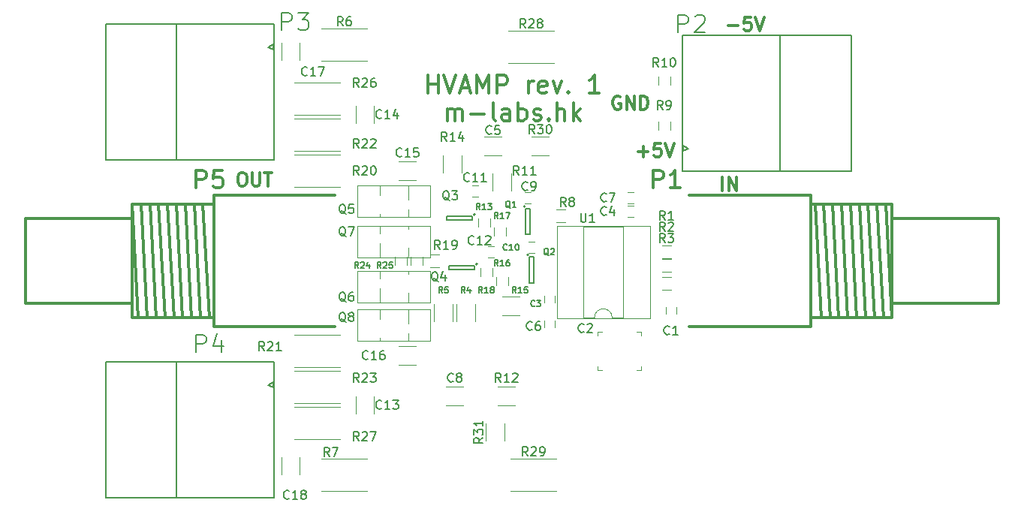
<source format=gbr>
G04 #@! TF.FileFunction,Legend,Top*
%FSLAX46Y46*%
G04 Gerber Fmt 4.6, Leading zero omitted, Abs format (unit mm)*
G04 Created by KiCad (PCBNEW 4.0.2-stable) date 10/6/2017 5:38:16 PM*
%MOMM*%
G01*
G04 APERTURE LIST*
%ADD10C,0.100000*%
%ADD11C,0.300000*%
%ADD12C,0.120000*%
%ADD13C,0.150000*%
G04 APERTURE END LIST*
D10*
D11*
X177832951Y-161406762D02*
X177832951Y-159406762D01*
X177832951Y-160359143D02*
X178975809Y-160359143D01*
X178975809Y-161406762D02*
X178975809Y-159406762D01*
X179642475Y-159406762D02*
X180309142Y-161406762D01*
X180975809Y-159406762D01*
X181547237Y-160835333D02*
X182499618Y-160835333D01*
X181356761Y-161406762D02*
X182023428Y-159406762D01*
X182690095Y-161406762D01*
X183356761Y-161406762D02*
X183356761Y-159406762D01*
X184023428Y-160835333D01*
X184690095Y-159406762D01*
X184690095Y-161406762D01*
X185642475Y-161406762D02*
X185642475Y-159406762D01*
X186404380Y-159406762D01*
X186594856Y-159502000D01*
X186690095Y-159597238D01*
X186785333Y-159787714D01*
X186785333Y-160073429D01*
X186690095Y-160263905D01*
X186594856Y-160359143D01*
X186404380Y-160454381D01*
X185642475Y-160454381D01*
X189166285Y-161406762D02*
X189166285Y-160073429D01*
X189166285Y-160454381D02*
X189261524Y-160263905D01*
X189356762Y-160168667D01*
X189547238Y-160073429D01*
X189737714Y-160073429D01*
X191166285Y-161311524D02*
X190975809Y-161406762D01*
X190594857Y-161406762D01*
X190404380Y-161311524D01*
X190309142Y-161121048D01*
X190309142Y-160359143D01*
X190404380Y-160168667D01*
X190594857Y-160073429D01*
X190975809Y-160073429D01*
X191166285Y-160168667D01*
X191261523Y-160359143D01*
X191261523Y-160549619D01*
X190309142Y-160740095D01*
X191928190Y-160073429D02*
X192404381Y-161406762D01*
X192880571Y-160073429D01*
X193642476Y-161216286D02*
X193737715Y-161311524D01*
X193642476Y-161406762D01*
X193547238Y-161311524D01*
X193642476Y-161216286D01*
X193642476Y-161406762D01*
X197166287Y-161406762D02*
X196023429Y-161406762D01*
X196594858Y-161406762D02*
X196594858Y-159406762D01*
X196404382Y-159692476D01*
X196213906Y-159882952D01*
X196023429Y-159978190D01*
X180023428Y-164506762D02*
X180023428Y-163173429D01*
X180023428Y-163363905D02*
X180118667Y-163268667D01*
X180309143Y-163173429D01*
X180594857Y-163173429D01*
X180785333Y-163268667D01*
X180880571Y-163459143D01*
X180880571Y-164506762D01*
X180880571Y-163459143D02*
X180975809Y-163268667D01*
X181166286Y-163173429D01*
X181452000Y-163173429D01*
X181642476Y-163268667D01*
X181737714Y-163459143D01*
X181737714Y-164506762D01*
X182690095Y-163744857D02*
X184213905Y-163744857D01*
X185452000Y-164506762D02*
X185261524Y-164411524D01*
X185166285Y-164221048D01*
X185166285Y-162506762D01*
X187071047Y-164506762D02*
X187071047Y-163459143D01*
X186975809Y-163268667D01*
X186785333Y-163173429D01*
X186404381Y-163173429D01*
X186213904Y-163268667D01*
X187071047Y-164411524D02*
X186880571Y-164506762D01*
X186404381Y-164506762D01*
X186213904Y-164411524D01*
X186118666Y-164221048D01*
X186118666Y-164030571D01*
X186213904Y-163840095D01*
X186404381Y-163744857D01*
X186880571Y-163744857D01*
X187071047Y-163649619D01*
X188023428Y-164506762D02*
X188023428Y-162506762D01*
X188023428Y-163268667D02*
X188213905Y-163173429D01*
X188594857Y-163173429D01*
X188785333Y-163268667D01*
X188880571Y-163363905D01*
X188975809Y-163554381D01*
X188975809Y-164125810D01*
X188880571Y-164316286D01*
X188785333Y-164411524D01*
X188594857Y-164506762D01*
X188213905Y-164506762D01*
X188023428Y-164411524D01*
X189737714Y-164411524D02*
X189928191Y-164506762D01*
X190309143Y-164506762D01*
X190499619Y-164411524D01*
X190594857Y-164221048D01*
X190594857Y-164125810D01*
X190499619Y-163935333D01*
X190309143Y-163840095D01*
X190023429Y-163840095D01*
X189832952Y-163744857D01*
X189737714Y-163554381D01*
X189737714Y-163459143D01*
X189832952Y-163268667D01*
X190023429Y-163173429D01*
X190309143Y-163173429D01*
X190499619Y-163268667D01*
X191452000Y-164316286D02*
X191547239Y-164411524D01*
X191452000Y-164506762D01*
X191356762Y-164411524D01*
X191452000Y-164316286D01*
X191452000Y-164506762D01*
X192404381Y-164506762D02*
X192404381Y-162506762D01*
X193261524Y-164506762D02*
X193261524Y-163459143D01*
X193166286Y-163268667D01*
X192975810Y-163173429D01*
X192690096Y-163173429D01*
X192499620Y-163268667D01*
X192404381Y-163363905D01*
X194213905Y-164506762D02*
X194213905Y-162506762D01*
X194404382Y-163744857D02*
X194975810Y-164506762D01*
X194975810Y-163173429D02*
X194213905Y-163935333D01*
X199517143Y-161810000D02*
X199374286Y-161738571D01*
X199160000Y-161738571D01*
X198945715Y-161810000D01*
X198802857Y-161952857D01*
X198731429Y-162095714D01*
X198660000Y-162381429D01*
X198660000Y-162595714D01*
X198731429Y-162881429D01*
X198802857Y-163024286D01*
X198945715Y-163167143D01*
X199160000Y-163238571D01*
X199302857Y-163238571D01*
X199517143Y-163167143D01*
X199588572Y-163095714D01*
X199588572Y-162595714D01*
X199302857Y-162595714D01*
X200231429Y-163238571D02*
X200231429Y-161738571D01*
X201088572Y-163238571D01*
X201088572Y-161738571D01*
X201802858Y-163238571D02*
X201802858Y-161738571D01*
X202160001Y-161738571D01*
X202374286Y-161810000D01*
X202517144Y-161952857D01*
X202588572Y-162095714D01*
X202660001Y-162381429D01*
X202660001Y-162595714D01*
X202588572Y-162881429D01*
X202517144Y-163024286D01*
X202374286Y-163167143D01*
X202160001Y-163238571D01*
X201802858Y-163238571D01*
X211685429Y-153777143D02*
X212828286Y-153777143D01*
X214256858Y-152848571D02*
X213542572Y-152848571D01*
X213471143Y-153562857D01*
X213542572Y-153491429D01*
X213685429Y-153420000D01*
X214042572Y-153420000D01*
X214185429Y-153491429D01*
X214256858Y-153562857D01*
X214328286Y-153705714D01*
X214328286Y-154062857D01*
X214256858Y-154205714D01*
X214185429Y-154277143D01*
X214042572Y-154348571D01*
X213685429Y-154348571D01*
X213542572Y-154277143D01*
X213471143Y-154205714D01*
X214756857Y-152848571D02*
X215256857Y-154348571D01*
X215756857Y-152848571D01*
X201525429Y-168001143D02*
X202668286Y-168001143D01*
X202096857Y-168572571D02*
X202096857Y-167429714D01*
X204096858Y-167072571D02*
X203382572Y-167072571D01*
X203311143Y-167786857D01*
X203382572Y-167715429D01*
X203525429Y-167644000D01*
X203882572Y-167644000D01*
X204025429Y-167715429D01*
X204096858Y-167786857D01*
X204168286Y-167929714D01*
X204168286Y-168286857D01*
X204096858Y-168429714D01*
X204025429Y-168501143D01*
X203882572Y-168572571D01*
X203525429Y-168572571D01*
X203382572Y-168501143D01*
X203311143Y-168429714D01*
X204596857Y-167072571D02*
X205096857Y-168572571D01*
X205596857Y-167072571D01*
X211050286Y-172382571D02*
X211050286Y-170882571D01*
X211764572Y-172382571D02*
X211764572Y-170882571D01*
X212621715Y-172382571D01*
X212621715Y-170882571D01*
X156742000Y-170374571D02*
X157027714Y-170374571D01*
X157170572Y-170446000D01*
X157313429Y-170588857D01*
X157384857Y-170874571D01*
X157384857Y-171374571D01*
X157313429Y-171660286D01*
X157170572Y-171803143D01*
X157027714Y-171874571D01*
X156742000Y-171874571D01*
X156599143Y-171803143D01*
X156456286Y-171660286D01*
X156384857Y-171374571D01*
X156384857Y-170874571D01*
X156456286Y-170588857D01*
X156599143Y-170446000D01*
X156742000Y-170374571D01*
X158027715Y-170374571D02*
X158027715Y-171588857D01*
X158099143Y-171731714D01*
X158170572Y-171803143D01*
X158313429Y-171874571D01*
X158599143Y-171874571D01*
X158742001Y-171803143D01*
X158813429Y-171731714D01*
X158884858Y-171588857D01*
X158884858Y-170374571D01*
X159384858Y-170374571D02*
X160242001Y-170374571D01*
X159813430Y-171874571D02*
X159813430Y-170374571D01*
D12*
X181664000Y-168418000D02*
X181664000Y-170418000D01*
X179524000Y-170418000D02*
X179524000Y-168418000D01*
X185248000Y-177538000D02*
X185248000Y-176538000D01*
X186608000Y-176538000D02*
X186608000Y-177538000D01*
X186862000Y-182126000D02*
X186862000Y-183126000D01*
X185502000Y-183126000D02*
X185502000Y-182126000D01*
X205150000Y-164600000D02*
X205150000Y-165600000D01*
X203790000Y-165600000D02*
X203790000Y-164600000D01*
X185084000Y-181110000D02*
X185084000Y-182110000D01*
X183724000Y-182110000D02*
X183724000Y-181110000D01*
X204632000Y-186278000D02*
X204632000Y-185578000D01*
X205832000Y-185578000D02*
X205832000Y-186278000D01*
X201840000Y-192700000D02*
X201340000Y-192700000D01*
X201840000Y-192700000D02*
X201840000Y-192200000D01*
X201840000Y-188300000D02*
X201340000Y-188300000D01*
X201840000Y-188300000D02*
X201840000Y-188800000D01*
X196940000Y-192700000D02*
X197440000Y-192700000D01*
X196940000Y-192700000D02*
X196940000Y-192200000D01*
X196940000Y-188300000D02*
X197440000Y-188300000D01*
X196940000Y-188300000D02*
X196940000Y-188800000D01*
X190916000Y-185008000D02*
X190916000Y-184308000D01*
X192116000Y-184308000D02*
X192116000Y-185008000D01*
X200310000Y-174152000D02*
X201010000Y-174152000D01*
X201010000Y-175352000D02*
X200310000Y-175352000D01*
X184166000Y-168406000D02*
X186166000Y-168406000D01*
X186166000Y-166366000D02*
X184166000Y-166366000D01*
X192116000Y-187102000D02*
X192116000Y-187802000D01*
X190916000Y-187802000D02*
X190916000Y-187102000D01*
X200310000Y-172628000D02*
X201010000Y-172628000D01*
X201010000Y-173828000D02*
X200310000Y-173828000D01*
X181848000Y-194560000D02*
X179848000Y-194560000D01*
X179848000Y-196600000D02*
X181848000Y-196600000D01*
X189453000Y-173828000D02*
X188753000Y-173828000D01*
X188753000Y-172628000D02*
X189453000Y-172628000D01*
X189134000Y-178216000D02*
X189834000Y-178216000D01*
X189834000Y-179416000D02*
X189134000Y-179416000D01*
X183484000Y-173066000D02*
X182784000Y-173066000D01*
X182784000Y-171866000D02*
X183484000Y-171866000D01*
X184562000Y-178724000D02*
X185262000Y-178724000D01*
X185262000Y-179924000D02*
X184562000Y-179924000D01*
X169668000Y-195596000D02*
X169668000Y-197596000D01*
X171708000Y-197596000D02*
X171708000Y-195596000D01*
X171708000Y-164830000D02*
X171708000Y-162830000D01*
X169668000Y-162830000D02*
X169668000Y-164830000D01*
X176514000Y-169160000D02*
X174514000Y-169160000D01*
X174514000Y-171200000D02*
X176514000Y-171200000D01*
X174514000Y-192028000D02*
X176514000Y-192028000D01*
X176514000Y-189988000D02*
X174514000Y-189988000D01*
D11*
X222180000Y-186740000D02*
X221480000Y-173940000D01*
X226180000Y-186740000D02*
X225480000Y-173940000D01*
X225180000Y-186740000D02*
X224480000Y-173940000D01*
X223180000Y-186740000D02*
X222480000Y-173940000D01*
X224180000Y-186740000D02*
X223480000Y-173940000D01*
X228180000Y-186740000D02*
X227480000Y-173940000D01*
X227180000Y-186740000D02*
X226480000Y-173940000D01*
X229180000Y-186740000D02*
X228480000Y-173940000D01*
X230180000Y-186740000D02*
X229480000Y-173940000D01*
X230180000Y-173940000D02*
X220980000Y-173940000D01*
X230180000Y-186740000D02*
X220980000Y-186740000D01*
X242180000Y-175540000D02*
X230180000Y-175540000D01*
X242180000Y-185140000D02*
X230180000Y-185140000D01*
X242180000Y-185140000D02*
X242180000Y-175540000D01*
X230180000Y-186740000D02*
X230180000Y-173940000D01*
X220980000Y-172940000D02*
X207280000Y-172940000D01*
X207280000Y-187740000D02*
X220980000Y-187740000D01*
X220980000Y-187740000D02*
X220980000Y-172940000D01*
D13*
X206550000Y-170260000D02*
X225550000Y-170260000D01*
X225550000Y-170260000D02*
X225550000Y-154860000D01*
X225550000Y-154860000D02*
X206550000Y-154860000D01*
X206550000Y-170260000D02*
X206550000Y-154860000D01*
X217550000Y-170260000D02*
X217550000Y-154860000D01*
X207250000Y-167640000D02*
X206650000Y-167340000D01*
X206650000Y-167340000D02*
X206650000Y-167940000D01*
X206650000Y-167940000D02*
X207250000Y-167640000D01*
X160480000Y-153590000D02*
X141480000Y-153590000D01*
X141480000Y-153590000D02*
X141480000Y-168990000D01*
X141480000Y-168990000D02*
X160480000Y-168990000D01*
X160480000Y-153590000D02*
X160480000Y-168990000D01*
X149480000Y-153590000D02*
X149480000Y-168990000D01*
X159780000Y-156210000D02*
X160380000Y-156510000D01*
X160380000Y-156510000D02*
X160380000Y-155910000D01*
X160380000Y-155910000D02*
X159780000Y-156210000D01*
X160480000Y-191690000D02*
X141480000Y-191690000D01*
X141480000Y-191690000D02*
X141480000Y-207090000D01*
X141480000Y-207090000D02*
X160480000Y-207090000D01*
X160480000Y-191690000D02*
X160480000Y-207090000D01*
X149480000Y-191690000D02*
X149480000Y-207090000D01*
X159780000Y-194310000D02*
X160380000Y-194610000D01*
X160380000Y-194610000D02*
X160380000Y-194010000D01*
X160380000Y-194010000D02*
X159780000Y-194310000D01*
D11*
X152470000Y-173940000D02*
X153170000Y-186740000D01*
X148470000Y-173940000D02*
X149170000Y-186740000D01*
X149470000Y-173940000D02*
X150170000Y-186740000D01*
X151470000Y-173940000D02*
X152170000Y-186740000D01*
X150470000Y-173940000D02*
X151170000Y-186740000D01*
X146470000Y-173940000D02*
X147170000Y-186740000D01*
X147470000Y-173940000D02*
X148170000Y-186740000D01*
X145470000Y-173940000D02*
X146170000Y-186740000D01*
X144470000Y-173940000D02*
X145170000Y-186740000D01*
X144470000Y-186740000D02*
X153670000Y-186740000D01*
X144470000Y-173940000D02*
X153670000Y-173940000D01*
X132470000Y-185140000D02*
X144470000Y-185140000D01*
X132470000Y-175540000D02*
X144470000Y-175540000D01*
X132470000Y-175540000D02*
X132470000Y-185140000D01*
X144470000Y-173940000D02*
X144470000Y-186740000D01*
X153670000Y-187740000D02*
X167370000Y-187740000D01*
X167370000Y-172940000D02*
X153670000Y-172940000D01*
X153670000Y-172940000D02*
X153670000Y-187740000D01*
D12*
X169870000Y-171870000D02*
X178110000Y-171870000D01*
X169870000Y-175360000D02*
X178110000Y-175360000D01*
X169870000Y-171870000D02*
X169870000Y-175360000D01*
X178110000Y-171870000D02*
X178110000Y-175360000D01*
X172390000Y-171870000D02*
X172390000Y-172940000D01*
X172390000Y-175040000D02*
X172390000Y-175360000D01*
X175591000Y-171870000D02*
X175591000Y-173450000D01*
X175591000Y-174530000D02*
X175591000Y-175360000D01*
X169870000Y-185840000D02*
X178110000Y-185840000D01*
X169870000Y-189330000D02*
X178110000Y-189330000D01*
X169870000Y-185840000D02*
X169870000Y-189330000D01*
X178110000Y-185840000D02*
X178110000Y-189330000D01*
X172390000Y-185840000D02*
X172390000Y-186910000D01*
X172390000Y-189010000D02*
X172390000Y-189330000D01*
X175591000Y-185840000D02*
X175591000Y-187420000D01*
X175591000Y-188500000D02*
X175591000Y-189330000D01*
X178110000Y-179920000D02*
X169870000Y-179920000D01*
X178110000Y-176430000D02*
X169870000Y-176430000D01*
X178110000Y-179920000D02*
X178110000Y-176430000D01*
X169870000Y-179920000D02*
X169870000Y-176430000D01*
X175590000Y-179920000D02*
X175590000Y-178850000D01*
X175590000Y-176750000D02*
X175590000Y-176430000D01*
X172389000Y-179920000D02*
X172389000Y-178340000D01*
X172389000Y-177260000D02*
X172389000Y-176430000D01*
X178110000Y-185000000D02*
X169870000Y-185000000D01*
X178110000Y-181510000D02*
X169870000Y-181510000D01*
X178110000Y-185000000D02*
X178110000Y-181510000D01*
X169870000Y-185000000D02*
X169870000Y-181510000D01*
X175590000Y-185000000D02*
X175590000Y-183930000D01*
X175590000Y-181830000D02*
X175590000Y-181510000D01*
X172389000Y-185000000D02*
X172389000Y-183420000D01*
X172389000Y-182340000D02*
X172389000Y-181510000D01*
X204224000Y-178644000D02*
X205224000Y-178644000D01*
X205224000Y-180004000D02*
X204224000Y-180004000D01*
X204224000Y-180168000D02*
X205224000Y-180168000D01*
X205224000Y-181528000D02*
X204224000Y-181528000D01*
X204224000Y-182200000D02*
X205224000Y-182200000D01*
X205224000Y-183560000D02*
X204224000Y-183560000D01*
X181048000Y-187182000D02*
X181048000Y-185182000D01*
X183188000Y-185182000D02*
X183188000Y-187182000D01*
X180648000Y-185182000D02*
X180648000Y-187182000D01*
X178508000Y-187182000D02*
X178508000Y-185182000D01*
X171002000Y-157776000D02*
X165802000Y-157776000D01*
X165802000Y-154136000D02*
X171002000Y-154136000D01*
X165802000Y-202650000D02*
X171002000Y-202650000D01*
X171002000Y-206290000D02*
X165802000Y-206290000D01*
X192286000Y-174580000D02*
X193286000Y-174580000D01*
X193286000Y-175940000D02*
X192286000Y-175940000D01*
X203790000Y-160520000D02*
X203790000Y-159520000D01*
X205150000Y-159520000D02*
X205150000Y-160520000D01*
X185112000Y-172450000D02*
X185112000Y-170450000D01*
X187252000Y-170450000D02*
X187252000Y-172450000D01*
X185690000Y-194510000D02*
X187690000Y-194510000D01*
X187690000Y-196650000D02*
X185690000Y-196650000D01*
X183470000Y-176522000D02*
X183470000Y-175522000D01*
X184830000Y-175522000D02*
X184830000Y-176522000D01*
X186198000Y-184350000D02*
X188198000Y-184350000D01*
X188198000Y-186490000D02*
X186198000Y-186490000D01*
X178062000Y-179660000D02*
X179062000Y-179660000D01*
X179062000Y-181020000D02*
X178062000Y-181020000D01*
X167954000Y-172000000D02*
X162754000Y-172000000D01*
X162754000Y-168360000D02*
X167954000Y-168360000D01*
X162754000Y-188680000D02*
X167954000Y-188680000D01*
X167954000Y-192320000D02*
X162754000Y-192320000D01*
X167954000Y-167936000D02*
X162754000Y-167936000D01*
X162754000Y-164296000D02*
X167954000Y-164296000D01*
X162754000Y-192744000D02*
X167954000Y-192744000D01*
X167954000Y-196384000D02*
X162754000Y-196384000D01*
X167954000Y-163872000D02*
X162754000Y-163872000D01*
X162754000Y-160232000D02*
X167954000Y-160232000D01*
X162754000Y-196808000D02*
X167954000Y-196808000D01*
X167954000Y-200448000D02*
X162754000Y-200448000D01*
X192084000Y-158030000D02*
X186884000Y-158030000D01*
X186884000Y-154390000D02*
X192084000Y-154390000D01*
X192338000Y-206290000D02*
X187138000Y-206290000D01*
X187138000Y-202650000D02*
X192338000Y-202650000D01*
X196612000Y-186750000D02*
G75*
G02X198612000Y-186750000I1000000J0D01*
G01*
X198612000Y-186750000D02*
X199862000Y-186750000D01*
X199862000Y-186750000D02*
X199862000Y-176470000D01*
X199862000Y-176470000D02*
X195362000Y-176470000D01*
X195362000Y-176470000D02*
X195362000Y-186750000D01*
X195362000Y-186750000D02*
X196612000Y-186750000D01*
X202862000Y-186810000D02*
X202862000Y-176410000D01*
X202862000Y-176410000D02*
X192362000Y-176410000D01*
X192362000Y-176410000D02*
X192362000Y-186810000D01*
X192362000Y-186810000D02*
X202862000Y-186810000D01*
X174072000Y-180840000D02*
X174072000Y-179840000D01*
X175432000Y-179840000D02*
X175432000Y-180840000D01*
X175850000Y-180840000D02*
X175850000Y-179840000D01*
X177210000Y-179840000D02*
X177210000Y-180840000D01*
D13*
X188803000Y-174195000D02*
G75*
G03X188803000Y-174195000I-100000J0D01*
G01*
X189353000Y-174445000D02*
X188853000Y-174445000D01*
X189353000Y-177345000D02*
X189353000Y-174445000D01*
X188853000Y-177345000D02*
X189353000Y-177345000D01*
X188853000Y-174445000D02*
X188853000Y-177345000D01*
X189184000Y-179656000D02*
G75*
G03X189184000Y-179656000I-100000J0D01*
G01*
X189734000Y-179906000D02*
X189234000Y-179906000D01*
X189734000Y-182806000D02*
X189734000Y-179906000D01*
X189234000Y-182806000D02*
X189734000Y-182806000D01*
X189234000Y-179906000D02*
X189234000Y-182806000D01*
X183156000Y-175114000D02*
G75*
G03X183156000Y-175114000I-100000J0D01*
G01*
X182806000Y-175764000D02*
X182806000Y-175264000D01*
X179906000Y-175764000D02*
X182806000Y-175764000D01*
X179906000Y-175264000D02*
X179906000Y-175764000D01*
X182806000Y-175264000D02*
X179906000Y-175264000D01*
X183410000Y-180702000D02*
G75*
G03X183410000Y-180702000I-100000J0D01*
G01*
X183060000Y-181352000D02*
X183060000Y-180852000D01*
X180160000Y-181352000D02*
X183060000Y-181352000D01*
X180160000Y-180852000D02*
X180160000Y-181352000D01*
X183060000Y-180852000D02*
X180160000Y-180852000D01*
D12*
X161286000Y-155718000D02*
X161286000Y-157718000D01*
X163326000Y-157718000D02*
X163326000Y-155718000D01*
X163326000Y-204454000D02*
X163326000Y-202454000D01*
X161286000Y-202454000D02*
X161286000Y-204454000D01*
X191500000Y-168456000D02*
X189500000Y-168456000D01*
X189500000Y-166316000D02*
X191500000Y-166316000D01*
X186490000Y-198644000D02*
X186490000Y-200644000D01*
X184350000Y-200644000D02*
X184350000Y-198644000D01*
D13*
X179951143Y-166822381D02*
X179617809Y-166346190D01*
X179379714Y-166822381D02*
X179379714Y-165822381D01*
X179760667Y-165822381D01*
X179855905Y-165870000D01*
X179903524Y-165917619D01*
X179951143Y-166012857D01*
X179951143Y-166155714D01*
X179903524Y-166250952D01*
X179855905Y-166298571D01*
X179760667Y-166346190D01*
X179379714Y-166346190D01*
X180903524Y-166822381D02*
X180332095Y-166822381D01*
X180617809Y-166822381D02*
X180617809Y-165822381D01*
X180522571Y-165965238D01*
X180427333Y-166060476D01*
X180332095Y-166108095D01*
X181760667Y-166155714D02*
X181760667Y-166822381D01*
X181522571Y-165774762D02*
X181284476Y-166489048D01*
X181903524Y-166489048D01*
X185732000Y-175576667D02*
X185498666Y-175243333D01*
X185332000Y-175576667D02*
X185332000Y-174876667D01*
X185598666Y-174876667D01*
X185665333Y-174910000D01*
X185698666Y-174943333D01*
X185732000Y-175010000D01*
X185732000Y-175110000D01*
X185698666Y-175176667D01*
X185665333Y-175210000D01*
X185598666Y-175243333D01*
X185332000Y-175243333D01*
X186398666Y-175576667D02*
X185998666Y-175576667D01*
X186198666Y-175576667D02*
X186198666Y-174876667D01*
X186132000Y-174976667D01*
X186065333Y-175043333D01*
X185998666Y-175076667D01*
X186632000Y-174876667D02*
X187098667Y-174876667D01*
X186798667Y-175576667D01*
X183954000Y-183958667D02*
X183720666Y-183625333D01*
X183554000Y-183958667D02*
X183554000Y-183258667D01*
X183820666Y-183258667D01*
X183887333Y-183292000D01*
X183920666Y-183325333D01*
X183954000Y-183392000D01*
X183954000Y-183492000D01*
X183920666Y-183558667D01*
X183887333Y-183592000D01*
X183820666Y-183625333D01*
X183554000Y-183625333D01*
X184620666Y-183958667D02*
X184220666Y-183958667D01*
X184420666Y-183958667D02*
X184420666Y-183258667D01*
X184354000Y-183358667D01*
X184287333Y-183425333D01*
X184220666Y-183458667D01*
X185020667Y-183558667D02*
X184954000Y-183525333D01*
X184920667Y-183492000D01*
X184887333Y-183425333D01*
X184887333Y-183392000D01*
X184920667Y-183325333D01*
X184954000Y-183292000D01*
X185020667Y-183258667D01*
X185154000Y-183258667D01*
X185220667Y-183292000D01*
X185254000Y-183325333D01*
X185287333Y-183392000D01*
X185287333Y-183425333D01*
X185254000Y-183492000D01*
X185220667Y-183525333D01*
X185154000Y-183558667D01*
X185020667Y-183558667D01*
X184954000Y-183592000D01*
X184920667Y-183625333D01*
X184887333Y-183692000D01*
X184887333Y-183825333D01*
X184920667Y-183892000D01*
X184954000Y-183925333D01*
X185020667Y-183958667D01*
X185154000Y-183958667D01*
X185220667Y-183925333D01*
X185254000Y-183892000D01*
X185287333Y-183825333D01*
X185287333Y-183692000D01*
X185254000Y-183625333D01*
X185220667Y-183592000D01*
X185154000Y-183558667D01*
X204303334Y-163266381D02*
X203970000Y-162790190D01*
X203731905Y-163266381D02*
X203731905Y-162266381D01*
X204112858Y-162266381D01*
X204208096Y-162314000D01*
X204255715Y-162361619D01*
X204303334Y-162456857D01*
X204303334Y-162599714D01*
X204255715Y-162694952D01*
X204208096Y-162742571D01*
X204112858Y-162790190D01*
X203731905Y-162790190D01*
X204779524Y-163266381D02*
X204970000Y-163266381D01*
X205065239Y-163218762D01*
X205112858Y-163171143D01*
X205208096Y-163028286D01*
X205255715Y-162837810D01*
X205255715Y-162456857D01*
X205208096Y-162361619D01*
X205160477Y-162314000D01*
X205065239Y-162266381D01*
X204874762Y-162266381D01*
X204779524Y-162314000D01*
X204731905Y-162361619D01*
X204684286Y-162456857D01*
X204684286Y-162694952D01*
X204731905Y-162790190D01*
X204779524Y-162837810D01*
X204874762Y-162885429D01*
X205065239Y-162885429D01*
X205160477Y-162837810D01*
X205208096Y-162790190D01*
X205255715Y-162694952D01*
X185732000Y-180910667D02*
X185498666Y-180577333D01*
X185332000Y-180910667D02*
X185332000Y-180210667D01*
X185598666Y-180210667D01*
X185665333Y-180244000D01*
X185698666Y-180277333D01*
X185732000Y-180344000D01*
X185732000Y-180444000D01*
X185698666Y-180510667D01*
X185665333Y-180544000D01*
X185598666Y-180577333D01*
X185332000Y-180577333D01*
X186398666Y-180910667D02*
X185998666Y-180910667D01*
X186198666Y-180910667D02*
X186198666Y-180210667D01*
X186132000Y-180310667D01*
X186065333Y-180377333D01*
X185998666Y-180410667D01*
X186998667Y-180210667D02*
X186865333Y-180210667D01*
X186798667Y-180244000D01*
X186765333Y-180277333D01*
X186698667Y-180377333D01*
X186665333Y-180510667D01*
X186665333Y-180777333D01*
X186698667Y-180844000D01*
X186732000Y-180877333D01*
X186798667Y-180910667D01*
X186932000Y-180910667D01*
X186998667Y-180877333D01*
X187032000Y-180844000D01*
X187065333Y-180777333D01*
X187065333Y-180610667D01*
X187032000Y-180544000D01*
X186998667Y-180510667D01*
X186932000Y-180477333D01*
X186798667Y-180477333D01*
X186732000Y-180510667D01*
X186698667Y-180544000D01*
X186665333Y-180610667D01*
X205065334Y-188571143D02*
X205017715Y-188618762D01*
X204874858Y-188666381D01*
X204779620Y-188666381D01*
X204636762Y-188618762D01*
X204541524Y-188523524D01*
X204493905Y-188428286D01*
X204446286Y-188237810D01*
X204446286Y-188094952D01*
X204493905Y-187904476D01*
X204541524Y-187809238D01*
X204636762Y-187714000D01*
X204779620Y-187666381D01*
X204874858Y-187666381D01*
X205017715Y-187714000D01*
X205065334Y-187761619D01*
X206017715Y-188666381D02*
X205446286Y-188666381D01*
X205732000Y-188666381D02*
X205732000Y-187666381D01*
X205636762Y-187809238D01*
X205541524Y-187904476D01*
X205446286Y-187952095D01*
X195413334Y-188317143D02*
X195365715Y-188364762D01*
X195222858Y-188412381D01*
X195127620Y-188412381D01*
X194984762Y-188364762D01*
X194889524Y-188269524D01*
X194841905Y-188174286D01*
X194794286Y-187983810D01*
X194794286Y-187840952D01*
X194841905Y-187650476D01*
X194889524Y-187555238D01*
X194984762Y-187460000D01*
X195127620Y-187412381D01*
X195222858Y-187412381D01*
X195365715Y-187460000D01*
X195413334Y-187507619D01*
X195794286Y-187507619D02*
X195841905Y-187460000D01*
X195937143Y-187412381D01*
X196175239Y-187412381D01*
X196270477Y-187460000D01*
X196318096Y-187507619D01*
X196365715Y-187602857D01*
X196365715Y-187698095D01*
X196318096Y-187840952D01*
X195746667Y-188412381D01*
X196365715Y-188412381D01*
X189875334Y-185416000D02*
X189842000Y-185449333D01*
X189742000Y-185482667D01*
X189675334Y-185482667D01*
X189575334Y-185449333D01*
X189508667Y-185382667D01*
X189475334Y-185316000D01*
X189442000Y-185182667D01*
X189442000Y-185082667D01*
X189475334Y-184949333D01*
X189508667Y-184882667D01*
X189575334Y-184816000D01*
X189675334Y-184782667D01*
X189742000Y-184782667D01*
X189842000Y-184816000D01*
X189875334Y-184849333D01*
X190108667Y-184782667D02*
X190542000Y-184782667D01*
X190308667Y-185049333D01*
X190408667Y-185049333D01*
X190475334Y-185082667D01*
X190508667Y-185116000D01*
X190542000Y-185182667D01*
X190542000Y-185349333D01*
X190508667Y-185416000D01*
X190475334Y-185449333D01*
X190408667Y-185482667D01*
X190208667Y-185482667D01*
X190142000Y-185449333D01*
X190108667Y-185416000D01*
X197953334Y-175109143D02*
X197905715Y-175156762D01*
X197762858Y-175204381D01*
X197667620Y-175204381D01*
X197524762Y-175156762D01*
X197429524Y-175061524D01*
X197381905Y-174966286D01*
X197334286Y-174775810D01*
X197334286Y-174632952D01*
X197381905Y-174442476D01*
X197429524Y-174347238D01*
X197524762Y-174252000D01*
X197667620Y-174204381D01*
X197762858Y-174204381D01*
X197905715Y-174252000D01*
X197953334Y-174299619D01*
X198810477Y-174537714D02*
X198810477Y-175204381D01*
X198572381Y-174156762D02*
X198334286Y-174871048D01*
X198953334Y-174871048D01*
X184999334Y-165965143D02*
X184951715Y-166012762D01*
X184808858Y-166060381D01*
X184713620Y-166060381D01*
X184570762Y-166012762D01*
X184475524Y-165917524D01*
X184427905Y-165822286D01*
X184380286Y-165631810D01*
X184380286Y-165488952D01*
X184427905Y-165298476D01*
X184475524Y-165203238D01*
X184570762Y-165108000D01*
X184713620Y-165060381D01*
X184808858Y-165060381D01*
X184951715Y-165108000D01*
X184999334Y-165155619D01*
X185904096Y-165060381D02*
X185427905Y-165060381D01*
X185380286Y-165536571D01*
X185427905Y-165488952D01*
X185523143Y-165441333D01*
X185761239Y-165441333D01*
X185856477Y-165488952D01*
X185904096Y-165536571D01*
X185951715Y-165631810D01*
X185951715Y-165869905D01*
X185904096Y-165965143D01*
X185856477Y-166012762D01*
X185761239Y-166060381D01*
X185523143Y-166060381D01*
X185427905Y-166012762D01*
X185380286Y-165965143D01*
X189571334Y-188063143D02*
X189523715Y-188110762D01*
X189380858Y-188158381D01*
X189285620Y-188158381D01*
X189142762Y-188110762D01*
X189047524Y-188015524D01*
X188999905Y-187920286D01*
X188952286Y-187729810D01*
X188952286Y-187586952D01*
X188999905Y-187396476D01*
X189047524Y-187301238D01*
X189142762Y-187206000D01*
X189285620Y-187158381D01*
X189380858Y-187158381D01*
X189523715Y-187206000D01*
X189571334Y-187253619D01*
X190428477Y-187158381D02*
X190238000Y-187158381D01*
X190142762Y-187206000D01*
X190095143Y-187253619D01*
X189999905Y-187396476D01*
X189952286Y-187586952D01*
X189952286Y-187967905D01*
X189999905Y-188063143D01*
X190047524Y-188110762D01*
X190142762Y-188158381D01*
X190333239Y-188158381D01*
X190428477Y-188110762D01*
X190476096Y-188063143D01*
X190523715Y-187967905D01*
X190523715Y-187729810D01*
X190476096Y-187634571D01*
X190428477Y-187586952D01*
X190333239Y-187539333D01*
X190142762Y-187539333D01*
X190047524Y-187586952D01*
X189999905Y-187634571D01*
X189952286Y-187729810D01*
X197953334Y-173585143D02*
X197905715Y-173632762D01*
X197762858Y-173680381D01*
X197667620Y-173680381D01*
X197524762Y-173632762D01*
X197429524Y-173537524D01*
X197381905Y-173442286D01*
X197334286Y-173251810D01*
X197334286Y-173108952D01*
X197381905Y-172918476D01*
X197429524Y-172823238D01*
X197524762Y-172728000D01*
X197667620Y-172680381D01*
X197762858Y-172680381D01*
X197905715Y-172728000D01*
X197953334Y-172775619D01*
X198286667Y-172680381D02*
X198953334Y-172680381D01*
X198524762Y-173680381D01*
X180681334Y-193905143D02*
X180633715Y-193952762D01*
X180490858Y-194000381D01*
X180395620Y-194000381D01*
X180252762Y-193952762D01*
X180157524Y-193857524D01*
X180109905Y-193762286D01*
X180062286Y-193571810D01*
X180062286Y-193428952D01*
X180109905Y-193238476D01*
X180157524Y-193143238D01*
X180252762Y-193048000D01*
X180395620Y-193000381D01*
X180490858Y-193000381D01*
X180633715Y-193048000D01*
X180681334Y-193095619D01*
X181252762Y-193428952D02*
X181157524Y-193381333D01*
X181109905Y-193333714D01*
X181062286Y-193238476D01*
X181062286Y-193190857D01*
X181109905Y-193095619D01*
X181157524Y-193048000D01*
X181252762Y-193000381D01*
X181443239Y-193000381D01*
X181538477Y-193048000D01*
X181586096Y-193095619D01*
X181633715Y-193190857D01*
X181633715Y-193238476D01*
X181586096Y-193333714D01*
X181538477Y-193381333D01*
X181443239Y-193428952D01*
X181252762Y-193428952D01*
X181157524Y-193476571D01*
X181109905Y-193524190D01*
X181062286Y-193619429D01*
X181062286Y-193809905D01*
X181109905Y-193905143D01*
X181157524Y-193952762D01*
X181252762Y-194000381D01*
X181443239Y-194000381D01*
X181538477Y-193952762D01*
X181586096Y-193905143D01*
X181633715Y-193809905D01*
X181633715Y-193619429D01*
X181586096Y-193524190D01*
X181538477Y-193476571D01*
X181443239Y-193428952D01*
X189063334Y-172315143D02*
X189015715Y-172362762D01*
X188872858Y-172410381D01*
X188777620Y-172410381D01*
X188634762Y-172362762D01*
X188539524Y-172267524D01*
X188491905Y-172172286D01*
X188444286Y-171981810D01*
X188444286Y-171838952D01*
X188491905Y-171648476D01*
X188539524Y-171553238D01*
X188634762Y-171458000D01*
X188777620Y-171410381D01*
X188872858Y-171410381D01*
X189015715Y-171458000D01*
X189063334Y-171505619D01*
X189539524Y-172410381D02*
X189730000Y-172410381D01*
X189825239Y-172362762D01*
X189872858Y-172315143D01*
X189968096Y-172172286D01*
X190015715Y-171981810D01*
X190015715Y-171600857D01*
X189968096Y-171505619D01*
X189920477Y-171458000D01*
X189825239Y-171410381D01*
X189634762Y-171410381D01*
X189539524Y-171458000D01*
X189491905Y-171505619D01*
X189444286Y-171600857D01*
X189444286Y-171838952D01*
X189491905Y-171934190D01*
X189539524Y-171981810D01*
X189634762Y-172029429D01*
X189825239Y-172029429D01*
X189920477Y-171981810D01*
X189968096Y-171934190D01*
X190015715Y-171838952D01*
X186748000Y-179066000D02*
X186714666Y-179099333D01*
X186614666Y-179132667D01*
X186548000Y-179132667D01*
X186448000Y-179099333D01*
X186381333Y-179032667D01*
X186348000Y-178966000D01*
X186314666Y-178832667D01*
X186314666Y-178732667D01*
X186348000Y-178599333D01*
X186381333Y-178532667D01*
X186448000Y-178466000D01*
X186548000Y-178432667D01*
X186614666Y-178432667D01*
X186714666Y-178466000D01*
X186748000Y-178499333D01*
X187414666Y-179132667D02*
X187014666Y-179132667D01*
X187214666Y-179132667D02*
X187214666Y-178432667D01*
X187148000Y-178532667D01*
X187081333Y-178599333D01*
X187014666Y-178632667D01*
X187848000Y-178432667D02*
X187914667Y-178432667D01*
X187981333Y-178466000D01*
X188014667Y-178499333D01*
X188048000Y-178566000D01*
X188081333Y-178699333D01*
X188081333Y-178866000D01*
X188048000Y-178999333D01*
X188014667Y-179066000D01*
X187981333Y-179099333D01*
X187914667Y-179132667D01*
X187848000Y-179132667D01*
X187781333Y-179099333D01*
X187748000Y-179066000D01*
X187714667Y-178999333D01*
X187681333Y-178866000D01*
X187681333Y-178699333D01*
X187714667Y-178566000D01*
X187748000Y-178499333D01*
X187781333Y-178466000D01*
X187848000Y-178432667D01*
X182491143Y-171299143D02*
X182443524Y-171346762D01*
X182300667Y-171394381D01*
X182205429Y-171394381D01*
X182062571Y-171346762D01*
X181967333Y-171251524D01*
X181919714Y-171156286D01*
X181872095Y-170965810D01*
X181872095Y-170822952D01*
X181919714Y-170632476D01*
X181967333Y-170537238D01*
X182062571Y-170442000D01*
X182205429Y-170394381D01*
X182300667Y-170394381D01*
X182443524Y-170442000D01*
X182491143Y-170489619D01*
X183443524Y-171394381D02*
X182872095Y-171394381D01*
X183157809Y-171394381D02*
X183157809Y-170394381D01*
X183062571Y-170537238D01*
X182967333Y-170632476D01*
X182872095Y-170680095D01*
X184395905Y-171394381D02*
X183824476Y-171394381D01*
X184110190Y-171394381D02*
X184110190Y-170394381D01*
X184014952Y-170537238D01*
X183919714Y-170632476D01*
X183824476Y-170680095D01*
X182999143Y-178411143D02*
X182951524Y-178458762D01*
X182808667Y-178506381D01*
X182713429Y-178506381D01*
X182570571Y-178458762D01*
X182475333Y-178363524D01*
X182427714Y-178268286D01*
X182380095Y-178077810D01*
X182380095Y-177934952D01*
X182427714Y-177744476D01*
X182475333Y-177649238D01*
X182570571Y-177554000D01*
X182713429Y-177506381D01*
X182808667Y-177506381D01*
X182951524Y-177554000D01*
X182999143Y-177601619D01*
X183951524Y-178506381D02*
X183380095Y-178506381D01*
X183665809Y-178506381D02*
X183665809Y-177506381D01*
X183570571Y-177649238D01*
X183475333Y-177744476D01*
X183380095Y-177792095D01*
X184332476Y-177601619D02*
X184380095Y-177554000D01*
X184475333Y-177506381D01*
X184713429Y-177506381D01*
X184808667Y-177554000D01*
X184856286Y-177601619D01*
X184903905Y-177696857D01*
X184903905Y-177792095D01*
X184856286Y-177934952D01*
X184284857Y-178506381D01*
X184903905Y-178506381D01*
X172585143Y-196953143D02*
X172537524Y-197000762D01*
X172394667Y-197048381D01*
X172299429Y-197048381D01*
X172156571Y-197000762D01*
X172061333Y-196905524D01*
X172013714Y-196810286D01*
X171966095Y-196619810D01*
X171966095Y-196476952D01*
X172013714Y-196286476D01*
X172061333Y-196191238D01*
X172156571Y-196096000D01*
X172299429Y-196048381D01*
X172394667Y-196048381D01*
X172537524Y-196096000D01*
X172585143Y-196143619D01*
X173537524Y-197048381D02*
X172966095Y-197048381D01*
X173251809Y-197048381D02*
X173251809Y-196048381D01*
X173156571Y-196191238D01*
X173061333Y-196286476D01*
X172966095Y-196334095D01*
X173870857Y-196048381D02*
X174489905Y-196048381D01*
X174156571Y-196429333D01*
X174299429Y-196429333D01*
X174394667Y-196476952D01*
X174442286Y-196524571D01*
X174489905Y-196619810D01*
X174489905Y-196857905D01*
X174442286Y-196953143D01*
X174394667Y-197000762D01*
X174299429Y-197048381D01*
X174013714Y-197048381D01*
X173918476Y-197000762D01*
X173870857Y-196953143D01*
X172585143Y-164187143D02*
X172537524Y-164234762D01*
X172394667Y-164282381D01*
X172299429Y-164282381D01*
X172156571Y-164234762D01*
X172061333Y-164139524D01*
X172013714Y-164044286D01*
X171966095Y-163853810D01*
X171966095Y-163710952D01*
X172013714Y-163520476D01*
X172061333Y-163425238D01*
X172156571Y-163330000D01*
X172299429Y-163282381D01*
X172394667Y-163282381D01*
X172537524Y-163330000D01*
X172585143Y-163377619D01*
X173537524Y-164282381D02*
X172966095Y-164282381D01*
X173251809Y-164282381D02*
X173251809Y-163282381D01*
X173156571Y-163425238D01*
X173061333Y-163520476D01*
X172966095Y-163568095D01*
X174394667Y-163615714D02*
X174394667Y-164282381D01*
X174156571Y-163234762D02*
X173918476Y-163949048D01*
X174537524Y-163949048D01*
X174871143Y-168505143D02*
X174823524Y-168552762D01*
X174680667Y-168600381D01*
X174585429Y-168600381D01*
X174442571Y-168552762D01*
X174347333Y-168457524D01*
X174299714Y-168362286D01*
X174252095Y-168171810D01*
X174252095Y-168028952D01*
X174299714Y-167838476D01*
X174347333Y-167743238D01*
X174442571Y-167648000D01*
X174585429Y-167600381D01*
X174680667Y-167600381D01*
X174823524Y-167648000D01*
X174871143Y-167695619D01*
X175823524Y-168600381D02*
X175252095Y-168600381D01*
X175537809Y-168600381D02*
X175537809Y-167600381D01*
X175442571Y-167743238D01*
X175347333Y-167838476D01*
X175252095Y-167886095D01*
X176728286Y-167600381D02*
X176252095Y-167600381D01*
X176204476Y-168076571D01*
X176252095Y-168028952D01*
X176347333Y-167981333D01*
X176585429Y-167981333D01*
X176680667Y-168028952D01*
X176728286Y-168076571D01*
X176775905Y-168171810D01*
X176775905Y-168409905D01*
X176728286Y-168505143D01*
X176680667Y-168552762D01*
X176585429Y-168600381D01*
X176347333Y-168600381D01*
X176252095Y-168552762D01*
X176204476Y-168505143D01*
X171061143Y-191365143D02*
X171013524Y-191412762D01*
X170870667Y-191460381D01*
X170775429Y-191460381D01*
X170632571Y-191412762D01*
X170537333Y-191317524D01*
X170489714Y-191222286D01*
X170442095Y-191031810D01*
X170442095Y-190888952D01*
X170489714Y-190698476D01*
X170537333Y-190603238D01*
X170632571Y-190508000D01*
X170775429Y-190460381D01*
X170870667Y-190460381D01*
X171013524Y-190508000D01*
X171061143Y-190555619D01*
X172013524Y-191460381D02*
X171442095Y-191460381D01*
X171727809Y-191460381D02*
X171727809Y-190460381D01*
X171632571Y-190603238D01*
X171537333Y-190698476D01*
X171442095Y-190746095D01*
X172870667Y-190460381D02*
X172680190Y-190460381D01*
X172584952Y-190508000D01*
X172537333Y-190555619D01*
X172442095Y-190698476D01*
X172394476Y-190888952D01*
X172394476Y-191269905D01*
X172442095Y-191365143D01*
X172489714Y-191412762D01*
X172584952Y-191460381D01*
X172775429Y-191460381D01*
X172870667Y-191412762D01*
X172918286Y-191365143D01*
X172965905Y-191269905D01*
X172965905Y-191031810D01*
X172918286Y-190936571D01*
X172870667Y-190888952D01*
X172775429Y-190841333D01*
X172584952Y-190841333D01*
X172489714Y-190888952D01*
X172442095Y-190936571D01*
X172394476Y-191031810D01*
D11*
X203247809Y-172100762D02*
X203247809Y-170100762D01*
X204009714Y-170100762D01*
X204200190Y-170196000D01*
X204295429Y-170291238D01*
X204390667Y-170481714D01*
X204390667Y-170767429D01*
X204295429Y-170957905D01*
X204200190Y-171053143D01*
X204009714Y-171148381D01*
X203247809Y-171148381D01*
X206295429Y-172100762D02*
X205152571Y-172100762D01*
X205724000Y-172100762D02*
X205724000Y-170100762D01*
X205533524Y-170386476D01*
X205343048Y-170576952D01*
X205152571Y-170672190D01*
D13*
X206041809Y-154574762D02*
X206041809Y-152574762D01*
X206803714Y-152574762D01*
X206994190Y-152670000D01*
X207089429Y-152765238D01*
X207184667Y-152955714D01*
X207184667Y-153241429D01*
X207089429Y-153431905D01*
X206994190Y-153527143D01*
X206803714Y-153622381D01*
X206041809Y-153622381D01*
X207946571Y-152765238D02*
X208041809Y-152670000D01*
X208232286Y-152574762D01*
X208708476Y-152574762D01*
X208898952Y-152670000D01*
X208994190Y-152765238D01*
X209089429Y-152955714D01*
X209089429Y-153146190D01*
X208994190Y-153431905D01*
X207851333Y-154574762D01*
X209089429Y-154574762D01*
X161337809Y-154320762D02*
X161337809Y-152320762D01*
X162099714Y-152320762D01*
X162290190Y-152416000D01*
X162385429Y-152511238D01*
X162480667Y-152701714D01*
X162480667Y-152987429D01*
X162385429Y-153177905D01*
X162290190Y-153273143D01*
X162099714Y-153368381D01*
X161337809Y-153368381D01*
X163147333Y-152320762D02*
X164385429Y-152320762D01*
X163718762Y-153082667D01*
X164004476Y-153082667D01*
X164194952Y-153177905D01*
X164290190Y-153273143D01*
X164385429Y-153463619D01*
X164385429Y-153939810D01*
X164290190Y-154130286D01*
X164194952Y-154225524D01*
X164004476Y-154320762D01*
X163433048Y-154320762D01*
X163242571Y-154225524D01*
X163147333Y-154130286D01*
X151685809Y-190642762D02*
X151685809Y-188642762D01*
X152447714Y-188642762D01*
X152638190Y-188738000D01*
X152733429Y-188833238D01*
X152828667Y-189023714D01*
X152828667Y-189309429D01*
X152733429Y-189499905D01*
X152638190Y-189595143D01*
X152447714Y-189690381D01*
X151685809Y-189690381D01*
X154542952Y-189309429D02*
X154542952Y-190642762D01*
X154066762Y-188547524D02*
X153590571Y-189976095D01*
X154828667Y-189976095D01*
D11*
X151685809Y-172100762D02*
X151685809Y-170100762D01*
X152447714Y-170100762D01*
X152638190Y-170196000D01*
X152733429Y-170291238D01*
X152828667Y-170481714D01*
X152828667Y-170767429D01*
X152733429Y-170957905D01*
X152638190Y-171053143D01*
X152447714Y-171148381D01*
X151685809Y-171148381D01*
X154638190Y-170100762D02*
X153685809Y-170100762D01*
X153590571Y-171053143D01*
X153685809Y-170957905D01*
X153876286Y-170862667D01*
X154352476Y-170862667D01*
X154542952Y-170957905D01*
X154638190Y-171053143D01*
X154733429Y-171243619D01*
X154733429Y-171719810D01*
X154638190Y-171910286D01*
X154542952Y-172005524D01*
X154352476Y-172100762D01*
X153876286Y-172100762D01*
X153685809Y-172005524D01*
X153590571Y-171910286D01*
D13*
X168560762Y-175045619D02*
X168465524Y-174998000D01*
X168370286Y-174902762D01*
X168227429Y-174759905D01*
X168132190Y-174712286D01*
X168036952Y-174712286D01*
X168084571Y-174950381D02*
X167989333Y-174902762D01*
X167894095Y-174807524D01*
X167846476Y-174617048D01*
X167846476Y-174283714D01*
X167894095Y-174093238D01*
X167989333Y-173998000D01*
X168084571Y-173950381D01*
X168275048Y-173950381D01*
X168370286Y-173998000D01*
X168465524Y-174093238D01*
X168513143Y-174283714D01*
X168513143Y-174617048D01*
X168465524Y-174807524D01*
X168370286Y-174902762D01*
X168275048Y-174950381D01*
X168084571Y-174950381D01*
X169417905Y-173950381D02*
X168941714Y-173950381D01*
X168894095Y-174426571D01*
X168941714Y-174378952D01*
X169036952Y-174331333D01*
X169275048Y-174331333D01*
X169370286Y-174378952D01*
X169417905Y-174426571D01*
X169465524Y-174521810D01*
X169465524Y-174759905D01*
X169417905Y-174855143D01*
X169370286Y-174902762D01*
X169275048Y-174950381D01*
X169036952Y-174950381D01*
X168941714Y-174902762D01*
X168894095Y-174855143D01*
X168560762Y-184951619D02*
X168465524Y-184904000D01*
X168370286Y-184808762D01*
X168227429Y-184665905D01*
X168132190Y-184618286D01*
X168036952Y-184618286D01*
X168084571Y-184856381D02*
X167989333Y-184808762D01*
X167894095Y-184713524D01*
X167846476Y-184523048D01*
X167846476Y-184189714D01*
X167894095Y-183999238D01*
X167989333Y-183904000D01*
X168084571Y-183856381D01*
X168275048Y-183856381D01*
X168370286Y-183904000D01*
X168465524Y-183999238D01*
X168513143Y-184189714D01*
X168513143Y-184523048D01*
X168465524Y-184713524D01*
X168370286Y-184808762D01*
X168275048Y-184856381D01*
X168084571Y-184856381D01*
X169370286Y-183856381D02*
X169179809Y-183856381D01*
X169084571Y-183904000D01*
X169036952Y-183951619D01*
X168941714Y-184094476D01*
X168894095Y-184284952D01*
X168894095Y-184665905D01*
X168941714Y-184761143D01*
X168989333Y-184808762D01*
X169084571Y-184856381D01*
X169275048Y-184856381D01*
X169370286Y-184808762D01*
X169417905Y-184761143D01*
X169465524Y-184665905D01*
X169465524Y-184427810D01*
X169417905Y-184332571D01*
X169370286Y-184284952D01*
X169275048Y-184237333D01*
X169084571Y-184237333D01*
X168989333Y-184284952D01*
X168941714Y-184332571D01*
X168894095Y-184427810D01*
X168560762Y-177585619D02*
X168465524Y-177538000D01*
X168370286Y-177442762D01*
X168227429Y-177299905D01*
X168132190Y-177252286D01*
X168036952Y-177252286D01*
X168084571Y-177490381D02*
X167989333Y-177442762D01*
X167894095Y-177347524D01*
X167846476Y-177157048D01*
X167846476Y-176823714D01*
X167894095Y-176633238D01*
X167989333Y-176538000D01*
X168084571Y-176490381D01*
X168275048Y-176490381D01*
X168370286Y-176538000D01*
X168465524Y-176633238D01*
X168513143Y-176823714D01*
X168513143Y-177157048D01*
X168465524Y-177347524D01*
X168370286Y-177442762D01*
X168275048Y-177490381D01*
X168084571Y-177490381D01*
X168846476Y-176490381D02*
X169513143Y-176490381D01*
X169084571Y-177490381D01*
X168560762Y-187237619D02*
X168465524Y-187190000D01*
X168370286Y-187094762D01*
X168227429Y-186951905D01*
X168132190Y-186904286D01*
X168036952Y-186904286D01*
X168084571Y-187142381D02*
X167989333Y-187094762D01*
X167894095Y-186999524D01*
X167846476Y-186809048D01*
X167846476Y-186475714D01*
X167894095Y-186285238D01*
X167989333Y-186190000D01*
X168084571Y-186142381D01*
X168275048Y-186142381D01*
X168370286Y-186190000D01*
X168465524Y-186285238D01*
X168513143Y-186475714D01*
X168513143Y-186809048D01*
X168465524Y-186999524D01*
X168370286Y-187094762D01*
X168275048Y-187142381D01*
X168084571Y-187142381D01*
X169084571Y-186570952D02*
X168989333Y-186523333D01*
X168941714Y-186475714D01*
X168894095Y-186380476D01*
X168894095Y-186332857D01*
X168941714Y-186237619D01*
X168989333Y-186190000D01*
X169084571Y-186142381D01*
X169275048Y-186142381D01*
X169370286Y-186190000D01*
X169417905Y-186237619D01*
X169465524Y-186332857D01*
X169465524Y-186380476D01*
X169417905Y-186475714D01*
X169370286Y-186523333D01*
X169275048Y-186570952D01*
X169084571Y-186570952D01*
X168989333Y-186618571D01*
X168941714Y-186666190D01*
X168894095Y-186761429D01*
X168894095Y-186951905D01*
X168941714Y-187047143D01*
X168989333Y-187094762D01*
X169084571Y-187142381D01*
X169275048Y-187142381D01*
X169370286Y-187094762D01*
X169417905Y-187047143D01*
X169465524Y-186951905D01*
X169465524Y-186761429D01*
X169417905Y-186666190D01*
X169370286Y-186618571D01*
X169275048Y-186570952D01*
X204557334Y-175712381D02*
X204224000Y-175236190D01*
X203985905Y-175712381D02*
X203985905Y-174712381D01*
X204366858Y-174712381D01*
X204462096Y-174760000D01*
X204509715Y-174807619D01*
X204557334Y-174902857D01*
X204557334Y-175045714D01*
X204509715Y-175140952D01*
X204462096Y-175188571D01*
X204366858Y-175236190D01*
X203985905Y-175236190D01*
X205509715Y-175712381D02*
X204938286Y-175712381D01*
X205224000Y-175712381D02*
X205224000Y-174712381D01*
X205128762Y-174855238D01*
X205033524Y-174950476D01*
X204938286Y-174998095D01*
X204557334Y-176982381D02*
X204224000Y-176506190D01*
X203985905Y-176982381D02*
X203985905Y-175982381D01*
X204366858Y-175982381D01*
X204462096Y-176030000D01*
X204509715Y-176077619D01*
X204557334Y-176172857D01*
X204557334Y-176315714D01*
X204509715Y-176410952D01*
X204462096Y-176458571D01*
X204366858Y-176506190D01*
X203985905Y-176506190D01*
X204938286Y-176077619D02*
X204985905Y-176030000D01*
X205081143Y-175982381D01*
X205319239Y-175982381D01*
X205414477Y-176030000D01*
X205462096Y-176077619D01*
X205509715Y-176172857D01*
X205509715Y-176268095D01*
X205462096Y-176410952D01*
X204890667Y-176982381D01*
X205509715Y-176982381D01*
X204557334Y-178252381D02*
X204224000Y-177776190D01*
X203985905Y-178252381D02*
X203985905Y-177252381D01*
X204366858Y-177252381D01*
X204462096Y-177300000D01*
X204509715Y-177347619D01*
X204557334Y-177442857D01*
X204557334Y-177585714D01*
X204509715Y-177680952D01*
X204462096Y-177728571D01*
X204366858Y-177776190D01*
X203985905Y-177776190D01*
X204890667Y-177252381D02*
X205509715Y-177252381D01*
X205176381Y-177633333D01*
X205319239Y-177633333D01*
X205414477Y-177680952D01*
X205462096Y-177728571D01*
X205509715Y-177823810D01*
X205509715Y-178061905D01*
X205462096Y-178157143D01*
X205414477Y-178204762D01*
X205319239Y-178252381D01*
X205033524Y-178252381D01*
X204938286Y-178204762D01*
X204890667Y-178157143D01*
X182001334Y-183958667D02*
X181768000Y-183625333D01*
X181601334Y-183958667D02*
X181601334Y-183258667D01*
X181868000Y-183258667D01*
X181934667Y-183292000D01*
X181968000Y-183325333D01*
X182001334Y-183392000D01*
X182001334Y-183492000D01*
X181968000Y-183558667D01*
X181934667Y-183592000D01*
X181868000Y-183625333D01*
X181601334Y-183625333D01*
X182601334Y-183492000D02*
X182601334Y-183958667D01*
X182434667Y-183225333D02*
X182268000Y-183725333D01*
X182701334Y-183725333D01*
X179461334Y-183958667D02*
X179228000Y-183625333D01*
X179061334Y-183958667D02*
X179061334Y-183258667D01*
X179328000Y-183258667D01*
X179394667Y-183292000D01*
X179428000Y-183325333D01*
X179461334Y-183392000D01*
X179461334Y-183492000D01*
X179428000Y-183558667D01*
X179394667Y-183592000D01*
X179328000Y-183625333D01*
X179061334Y-183625333D01*
X180094667Y-183258667D02*
X179761334Y-183258667D01*
X179728000Y-183592000D01*
X179761334Y-183558667D01*
X179828000Y-183525333D01*
X179994667Y-183525333D01*
X180061334Y-183558667D01*
X180094667Y-183592000D01*
X180128000Y-183658667D01*
X180128000Y-183825333D01*
X180094667Y-183892000D01*
X180061334Y-183925333D01*
X179994667Y-183958667D01*
X179828000Y-183958667D01*
X179761334Y-183925333D01*
X179728000Y-183892000D01*
X168235334Y-153808381D02*
X167902000Y-153332190D01*
X167663905Y-153808381D02*
X167663905Y-152808381D01*
X168044858Y-152808381D01*
X168140096Y-152856000D01*
X168187715Y-152903619D01*
X168235334Y-152998857D01*
X168235334Y-153141714D01*
X168187715Y-153236952D01*
X168140096Y-153284571D01*
X168044858Y-153332190D01*
X167663905Y-153332190D01*
X169092477Y-152808381D02*
X168902000Y-152808381D01*
X168806762Y-152856000D01*
X168759143Y-152903619D01*
X168663905Y-153046476D01*
X168616286Y-153236952D01*
X168616286Y-153617905D01*
X168663905Y-153713143D01*
X168711524Y-153760762D01*
X168806762Y-153808381D01*
X168997239Y-153808381D01*
X169092477Y-153760762D01*
X169140096Y-153713143D01*
X169187715Y-153617905D01*
X169187715Y-153379810D01*
X169140096Y-153284571D01*
X169092477Y-153236952D01*
X168997239Y-153189333D01*
X168806762Y-153189333D01*
X168711524Y-153236952D01*
X168663905Y-153284571D01*
X168616286Y-153379810D01*
X166711334Y-202382381D02*
X166378000Y-201906190D01*
X166139905Y-202382381D02*
X166139905Y-201382381D01*
X166520858Y-201382381D01*
X166616096Y-201430000D01*
X166663715Y-201477619D01*
X166711334Y-201572857D01*
X166711334Y-201715714D01*
X166663715Y-201810952D01*
X166616096Y-201858571D01*
X166520858Y-201906190D01*
X166139905Y-201906190D01*
X167044667Y-201382381D02*
X167711334Y-201382381D01*
X167282762Y-202382381D01*
X193381334Y-174188381D02*
X193048000Y-173712190D01*
X192809905Y-174188381D02*
X192809905Y-173188381D01*
X193190858Y-173188381D01*
X193286096Y-173236000D01*
X193333715Y-173283619D01*
X193381334Y-173378857D01*
X193381334Y-173521714D01*
X193333715Y-173616952D01*
X193286096Y-173664571D01*
X193190858Y-173712190D01*
X192809905Y-173712190D01*
X193952762Y-173616952D02*
X193857524Y-173569333D01*
X193809905Y-173521714D01*
X193762286Y-173426476D01*
X193762286Y-173378857D01*
X193809905Y-173283619D01*
X193857524Y-173236000D01*
X193952762Y-173188381D01*
X194143239Y-173188381D01*
X194238477Y-173236000D01*
X194286096Y-173283619D01*
X194333715Y-173378857D01*
X194333715Y-173426476D01*
X194286096Y-173521714D01*
X194238477Y-173569333D01*
X194143239Y-173616952D01*
X193952762Y-173616952D01*
X193857524Y-173664571D01*
X193809905Y-173712190D01*
X193762286Y-173807429D01*
X193762286Y-173997905D01*
X193809905Y-174093143D01*
X193857524Y-174140762D01*
X193952762Y-174188381D01*
X194143239Y-174188381D01*
X194238477Y-174140762D01*
X194286096Y-174093143D01*
X194333715Y-173997905D01*
X194333715Y-173807429D01*
X194286096Y-173712190D01*
X194238477Y-173664571D01*
X194143239Y-173616952D01*
X203827143Y-158440381D02*
X203493809Y-157964190D01*
X203255714Y-158440381D02*
X203255714Y-157440381D01*
X203636667Y-157440381D01*
X203731905Y-157488000D01*
X203779524Y-157535619D01*
X203827143Y-157630857D01*
X203827143Y-157773714D01*
X203779524Y-157868952D01*
X203731905Y-157916571D01*
X203636667Y-157964190D01*
X203255714Y-157964190D01*
X204779524Y-158440381D02*
X204208095Y-158440381D01*
X204493809Y-158440381D02*
X204493809Y-157440381D01*
X204398571Y-157583238D01*
X204303333Y-157678476D01*
X204208095Y-157726095D01*
X205398571Y-157440381D02*
X205493810Y-157440381D01*
X205589048Y-157488000D01*
X205636667Y-157535619D01*
X205684286Y-157630857D01*
X205731905Y-157821333D01*
X205731905Y-158059429D01*
X205684286Y-158249905D01*
X205636667Y-158345143D01*
X205589048Y-158392762D01*
X205493810Y-158440381D01*
X205398571Y-158440381D01*
X205303333Y-158392762D01*
X205255714Y-158345143D01*
X205208095Y-158249905D01*
X205160476Y-158059429D01*
X205160476Y-157821333D01*
X205208095Y-157630857D01*
X205255714Y-157535619D01*
X205303333Y-157488000D01*
X205398571Y-157440381D01*
X188079143Y-170632381D02*
X187745809Y-170156190D01*
X187507714Y-170632381D02*
X187507714Y-169632381D01*
X187888667Y-169632381D01*
X187983905Y-169680000D01*
X188031524Y-169727619D01*
X188079143Y-169822857D01*
X188079143Y-169965714D01*
X188031524Y-170060952D01*
X187983905Y-170108571D01*
X187888667Y-170156190D01*
X187507714Y-170156190D01*
X189031524Y-170632381D02*
X188460095Y-170632381D01*
X188745809Y-170632381D02*
X188745809Y-169632381D01*
X188650571Y-169775238D01*
X188555333Y-169870476D01*
X188460095Y-169918095D01*
X189983905Y-170632381D02*
X189412476Y-170632381D01*
X189698190Y-170632381D02*
X189698190Y-169632381D01*
X189602952Y-169775238D01*
X189507714Y-169870476D01*
X189412476Y-169918095D01*
X186047143Y-194000381D02*
X185713809Y-193524190D01*
X185475714Y-194000381D02*
X185475714Y-193000381D01*
X185856667Y-193000381D01*
X185951905Y-193048000D01*
X185999524Y-193095619D01*
X186047143Y-193190857D01*
X186047143Y-193333714D01*
X185999524Y-193428952D01*
X185951905Y-193476571D01*
X185856667Y-193524190D01*
X185475714Y-193524190D01*
X186999524Y-194000381D02*
X186428095Y-194000381D01*
X186713809Y-194000381D02*
X186713809Y-193000381D01*
X186618571Y-193143238D01*
X186523333Y-193238476D01*
X186428095Y-193286095D01*
X187380476Y-193095619D02*
X187428095Y-193048000D01*
X187523333Y-193000381D01*
X187761429Y-193000381D01*
X187856667Y-193048000D01*
X187904286Y-193095619D01*
X187951905Y-193190857D01*
X187951905Y-193286095D01*
X187904286Y-193428952D01*
X187332857Y-194000381D01*
X187951905Y-194000381D01*
X183700000Y-174560667D02*
X183466666Y-174227333D01*
X183300000Y-174560667D02*
X183300000Y-173860667D01*
X183566666Y-173860667D01*
X183633333Y-173894000D01*
X183666666Y-173927333D01*
X183700000Y-173994000D01*
X183700000Y-174094000D01*
X183666666Y-174160667D01*
X183633333Y-174194000D01*
X183566666Y-174227333D01*
X183300000Y-174227333D01*
X184366666Y-174560667D02*
X183966666Y-174560667D01*
X184166666Y-174560667D02*
X184166666Y-173860667D01*
X184100000Y-173960667D01*
X184033333Y-174027333D01*
X183966666Y-174060667D01*
X184600000Y-173860667D02*
X185033333Y-173860667D01*
X184800000Y-174127333D01*
X184900000Y-174127333D01*
X184966667Y-174160667D01*
X185000000Y-174194000D01*
X185033333Y-174260667D01*
X185033333Y-174427333D01*
X185000000Y-174494000D01*
X184966667Y-174527333D01*
X184900000Y-174560667D01*
X184700000Y-174560667D01*
X184633333Y-174527333D01*
X184600000Y-174494000D01*
X187764000Y-183958667D02*
X187530666Y-183625333D01*
X187364000Y-183958667D02*
X187364000Y-183258667D01*
X187630666Y-183258667D01*
X187697333Y-183292000D01*
X187730666Y-183325333D01*
X187764000Y-183392000D01*
X187764000Y-183492000D01*
X187730666Y-183558667D01*
X187697333Y-183592000D01*
X187630666Y-183625333D01*
X187364000Y-183625333D01*
X188430666Y-183958667D02*
X188030666Y-183958667D01*
X188230666Y-183958667D02*
X188230666Y-183258667D01*
X188164000Y-183358667D01*
X188097333Y-183425333D01*
X188030666Y-183458667D01*
X189064000Y-183258667D02*
X188730667Y-183258667D01*
X188697333Y-183592000D01*
X188730667Y-183558667D01*
X188797333Y-183525333D01*
X188964000Y-183525333D01*
X189030667Y-183558667D01*
X189064000Y-183592000D01*
X189097333Y-183658667D01*
X189097333Y-183825333D01*
X189064000Y-183892000D01*
X189030667Y-183925333D01*
X188964000Y-183958667D01*
X188797333Y-183958667D01*
X188730667Y-183925333D01*
X188697333Y-183892000D01*
X179189143Y-179014381D02*
X178855809Y-178538190D01*
X178617714Y-179014381D02*
X178617714Y-178014381D01*
X178998667Y-178014381D01*
X179093905Y-178062000D01*
X179141524Y-178109619D01*
X179189143Y-178204857D01*
X179189143Y-178347714D01*
X179141524Y-178442952D01*
X179093905Y-178490571D01*
X178998667Y-178538190D01*
X178617714Y-178538190D01*
X180141524Y-179014381D02*
X179570095Y-179014381D01*
X179855809Y-179014381D02*
X179855809Y-178014381D01*
X179760571Y-178157238D01*
X179665333Y-178252476D01*
X179570095Y-178300095D01*
X180617714Y-179014381D02*
X180808190Y-179014381D01*
X180903429Y-178966762D01*
X180951048Y-178919143D01*
X181046286Y-178776286D01*
X181093905Y-178585810D01*
X181093905Y-178204857D01*
X181046286Y-178109619D01*
X180998667Y-178062000D01*
X180903429Y-178014381D01*
X180712952Y-178014381D01*
X180617714Y-178062000D01*
X180570095Y-178109619D01*
X180522476Y-178204857D01*
X180522476Y-178442952D01*
X180570095Y-178538190D01*
X180617714Y-178585810D01*
X180712952Y-178633429D01*
X180903429Y-178633429D01*
X180998667Y-178585810D01*
X181046286Y-178538190D01*
X181093905Y-178442952D01*
X170045143Y-170632381D02*
X169711809Y-170156190D01*
X169473714Y-170632381D02*
X169473714Y-169632381D01*
X169854667Y-169632381D01*
X169949905Y-169680000D01*
X169997524Y-169727619D01*
X170045143Y-169822857D01*
X170045143Y-169965714D01*
X169997524Y-170060952D01*
X169949905Y-170108571D01*
X169854667Y-170156190D01*
X169473714Y-170156190D01*
X170426095Y-169727619D02*
X170473714Y-169680000D01*
X170568952Y-169632381D01*
X170807048Y-169632381D01*
X170902286Y-169680000D01*
X170949905Y-169727619D01*
X170997524Y-169822857D01*
X170997524Y-169918095D01*
X170949905Y-170060952D01*
X170378476Y-170632381D01*
X170997524Y-170632381D01*
X171616571Y-169632381D02*
X171711810Y-169632381D01*
X171807048Y-169680000D01*
X171854667Y-169727619D01*
X171902286Y-169822857D01*
X171949905Y-170013333D01*
X171949905Y-170251429D01*
X171902286Y-170441905D01*
X171854667Y-170537143D01*
X171807048Y-170584762D01*
X171711810Y-170632381D01*
X171616571Y-170632381D01*
X171521333Y-170584762D01*
X171473714Y-170537143D01*
X171426095Y-170441905D01*
X171378476Y-170251429D01*
X171378476Y-170013333D01*
X171426095Y-169822857D01*
X171473714Y-169727619D01*
X171521333Y-169680000D01*
X171616571Y-169632381D01*
X159377143Y-190444381D02*
X159043809Y-189968190D01*
X158805714Y-190444381D02*
X158805714Y-189444381D01*
X159186667Y-189444381D01*
X159281905Y-189492000D01*
X159329524Y-189539619D01*
X159377143Y-189634857D01*
X159377143Y-189777714D01*
X159329524Y-189872952D01*
X159281905Y-189920571D01*
X159186667Y-189968190D01*
X158805714Y-189968190D01*
X159758095Y-189539619D02*
X159805714Y-189492000D01*
X159900952Y-189444381D01*
X160139048Y-189444381D01*
X160234286Y-189492000D01*
X160281905Y-189539619D01*
X160329524Y-189634857D01*
X160329524Y-189730095D01*
X160281905Y-189872952D01*
X159710476Y-190444381D01*
X160329524Y-190444381D01*
X161281905Y-190444381D02*
X160710476Y-190444381D01*
X160996190Y-190444381D02*
X160996190Y-189444381D01*
X160900952Y-189587238D01*
X160805714Y-189682476D01*
X160710476Y-189730095D01*
X170045143Y-167584381D02*
X169711809Y-167108190D01*
X169473714Y-167584381D02*
X169473714Y-166584381D01*
X169854667Y-166584381D01*
X169949905Y-166632000D01*
X169997524Y-166679619D01*
X170045143Y-166774857D01*
X170045143Y-166917714D01*
X169997524Y-167012952D01*
X169949905Y-167060571D01*
X169854667Y-167108190D01*
X169473714Y-167108190D01*
X170426095Y-166679619D02*
X170473714Y-166632000D01*
X170568952Y-166584381D01*
X170807048Y-166584381D01*
X170902286Y-166632000D01*
X170949905Y-166679619D01*
X170997524Y-166774857D01*
X170997524Y-166870095D01*
X170949905Y-167012952D01*
X170378476Y-167584381D01*
X170997524Y-167584381D01*
X171378476Y-166679619D02*
X171426095Y-166632000D01*
X171521333Y-166584381D01*
X171759429Y-166584381D01*
X171854667Y-166632000D01*
X171902286Y-166679619D01*
X171949905Y-166774857D01*
X171949905Y-166870095D01*
X171902286Y-167012952D01*
X171330857Y-167584381D01*
X171949905Y-167584381D01*
X170045143Y-194000381D02*
X169711809Y-193524190D01*
X169473714Y-194000381D02*
X169473714Y-193000381D01*
X169854667Y-193000381D01*
X169949905Y-193048000D01*
X169997524Y-193095619D01*
X170045143Y-193190857D01*
X170045143Y-193333714D01*
X169997524Y-193428952D01*
X169949905Y-193476571D01*
X169854667Y-193524190D01*
X169473714Y-193524190D01*
X170426095Y-193095619D02*
X170473714Y-193048000D01*
X170568952Y-193000381D01*
X170807048Y-193000381D01*
X170902286Y-193048000D01*
X170949905Y-193095619D01*
X170997524Y-193190857D01*
X170997524Y-193286095D01*
X170949905Y-193428952D01*
X170378476Y-194000381D01*
X170997524Y-194000381D01*
X171330857Y-193000381D02*
X171949905Y-193000381D01*
X171616571Y-193381333D01*
X171759429Y-193381333D01*
X171854667Y-193428952D01*
X171902286Y-193476571D01*
X171949905Y-193571810D01*
X171949905Y-193809905D01*
X171902286Y-193905143D01*
X171854667Y-193952762D01*
X171759429Y-194000381D01*
X171473714Y-194000381D01*
X171378476Y-193952762D01*
X171330857Y-193905143D01*
X170045143Y-160726381D02*
X169711809Y-160250190D01*
X169473714Y-160726381D02*
X169473714Y-159726381D01*
X169854667Y-159726381D01*
X169949905Y-159774000D01*
X169997524Y-159821619D01*
X170045143Y-159916857D01*
X170045143Y-160059714D01*
X169997524Y-160154952D01*
X169949905Y-160202571D01*
X169854667Y-160250190D01*
X169473714Y-160250190D01*
X170426095Y-159821619D02*
X170473714Y-159774000D01*
X170568952Y-159726381D01*
X170807048Y-159726381D01*
X170902286Y-159774000D01*
X170949905Y-159821619D01*
X170997524Y-159916857D01*
X170997524Y-160012095D01*
X170949905Y-160154952D01*
X170378476Y-160726381D01*
X170997524Y-160726381D01*
X171854667Y-159726381D02*
X171664190Y-159726381D01*
X171568952Y-159774000D01*
X171521333Y-159821619D01*
X171426095Y-159964476D01*
X171378476Y-160154952D01*
X171378476Y-160535905D01*
X171426095Y-160631143D01*
X171473714Y-160678762D01*
X171568952Y-160726381D01*
X171759429Y-160726381D01*
X171854667Y-160678762D01*
X171902286Y-160631143D01*
X171949905Y-160535905D01*
X171949905Y-160297810D01*
X171902286Y-160202571D01*
X171854667Y-160154952D01*
X171759429Y-160107333D01*
X171568952Y-160107333D01*
X171473714Y-160154952D01*
X171426095Y-160202571D01*
X171378476Y-160297810D01*
X170045143Y-200604381D02*
X169711809Y-200128190D01*
X169473714Y-200604381D02*
X169473714Y-199604381D01*
X169854667Y-199604381D01*
X169949905Y-199652000D01*
X169997524Y-199699619D01*
X170045143Y-199794857D01*
X170045143Y-199937714D01*
X169997524Y-200032952D01*
X169949905Y-200080571D01*
X169854667Y-200128190D01*
X169473714Y-200128190D01*
X170426095Y-199699619D02*
X170473714Y-199652000D01*
X170568952Y-199604381D01*
X170807048Y-199604381D01*
X170902286Y-199652000D01*
X170949905Y-199699619D01*
X170997524Y-199794857D01*
X170997524Y-199890095D01*
X170949905Y-200032952D01*
X170378476Y-200604381D01*
X170997524Y-200604381D01*
X171330857Y-199604381D02*
X171997524Y-199604381D01*
X171568952Y-200604381D01*
X188841143Y-154062381D02*
X188507809Y-153586190D01*
X188269714Y-154062381D02*
X188269714Y-153062381D01*
X188650667Y-153062381D01*
X188745905Y-153110000D01*
X188793524Y-153157619D01*
X188841143Y-153252857D01*
X188841143Y-153395714D01*
X188793524Y-153490952D01*
X188745905Y-153538571D01*
X188650667Y-153586190D01*
X188269714Y-153586190D01*
X189222095Y-153157619D02*
X189269714Y-153110000D01*
X189364952Y-153062381D01*
X189603048Y-153062381D01*
X189698286Y-153110000D01*
X189745905Y-153157619D01*
X189793524Y-153252857D01*
X189793524Y-153348095D01*
X189745905Y-153490952D01*
X189174476Y-154062381D01*
X189793524Y-154062381D01*
X190364952Y-153490952D02*
X190269714Y-153443333D01*
X190222095Y-153395714D01*
X190174476Y-153300476D01*
X190174476Y-153252857D01*
X190222095Y-153157619D01*
X190269714Y-153110000D01*
X190364952Y-153062381D01*
X190555429Y-153062381D01*
X190650667Y-153110000D01*
X190698286Y-153157619D01*
X190745905Y-153252857D01*
X190745905Y-153300476D01*
X190698286Y-153395714D01*
X190650667Y-153443333D01*
X190555429Y-153490952D01*
X190364952Y-153490952D01*
X190269714Y-153538571D01*
X190222095Y-153586190D01*
X190174476Y-153681429D01*
X190174476Y-153871905D01*
X190222095Y-153967143D01*
X190269714Y-154014762D01*
X190364952Y-154062381D01*
X190555429Y-154062381D01*
X190650667Y-154014762D01*
X190698286Y-153967143D01*
X190745905Y-153871905D01*
X190745905Y-153681429D01*
X190698286Y-153586190D01*
X190650667Y-153538571D01*
X190555429Y-153490952D01*
X189095143Y-202322381D02*
X188761809Y-201846190D01*
X188523714Y-202322381D02*
X188523714Y-201322381D01*
X188904667Y-201322381D01*
X188999905Y-201370000D01*
X189047524Y-201417619D01*
X189095143Y-201512857D01*
X189095143Y-201655714D01*
X189047524Y-201750952D01*
X188999905Y-201798571D01*
X188904667Y-201846190D01*
X188523714Y-201846190D01*
X189476095Y-201417619D02*
X189523714Y-201370000D01*
X189618952Y-201322381D01*
X189857048Y-201322381D01*
X189952286Y-201370000D01*
X189999905Y-201417619D01*
X190047524Y-201512857D01*
X190047524Y-201608095D01*
X189999905Y-201750952D01*
X189428476Y-202322381D01*
X190047524Y-202322381D01*
X190523714Y-202322381D02*
X190714190Y-202322381D01*
X190809429Y-202274762D01*
X190857048Y-202227143D01*
X190952286Y-202084286D01*
X190999905Y-201893810D01*
X190999905Y-201512857D01*
X190952286Y-201417619D01*
X190904667Y-201370000D01*
X190809429Y-201322381D01*
X190618952Y-201322381D01*
X190523714Y-201370000D01*
X190476095Y-201417619D01*
X190428476Y-201512857D01*
X190428476Y-201750952D01*
X190476095Y-201846190D01*
X190523714Y-201893810D01*
X190618952Y-201941429D01*
X190809429Y-201941429D01*
X190904667Y-201893810D01*
X190952286Y-201846190D01*
X190999905Y-201750952D01*
X195072095Y-174966381D02*
X195072095Y-175775905D01*
X195119714Y-175871143D01*
X195167333Y-175918762D01*
X195262571Y-175966381D01*
X195453048Y-175966381D01*
X195548286Y-175918762D01*
X195595905Y-175871143D01*
X195643524Y-175775905D01*
X195643524Y-174966381D01*
X196643524Y-175966381D02*
X196072095Y-175966381D01*
X196357809Y-175966381D02*
X196357809Y-174966381D01*
X196262571Y-175109238D01*
X196167333Y-175204476D01*
X196072095Y-175252095D01*
X169984000Y-181164667D02*
X169750666Y-180831333D01*
X169584000Y-181164667D02*
X169584000Y-180464667D01*
X169850666Y-180464667D01*
X169917333Y-180498000D01*
X169950666Y-180531333D01*
X169984000Y-180598000D01*
X169984000Y-180698000D01*
X169950666Y-180764667D01*
X169917333Y-180798000D01*
X169850666Y-180831333D01*
X169584000Y-180831333D01*
X170250666Y-180531333D02*
X170284000Y-180498000D01*
X170350666Y-180464667D01*
X170517333Y-180464667D01*
X170584000Y-180498000D01*
X170617333Y-180531333D01*
X170650666Y-180598000D01*
X170650666Y-180664667D01*
X170617333Y-180764667D01*
X170217333Y-181164667D01*
X170650666Y-181164667D01*
X171250667Y-180698000D02*
X171250667Y-181164667D01*
X171084000Y-180431333D02*
X170917333Y-180931333D01*
X171350667Y-180931333D01*
X172524000Y-181164667D02*
X172290666Y-180831333D01*
X172124000Y-181164667D02*
X172124000Y-180464667D01*
X172390666Y-180464667D01*
X172457333Y-180498000D01*
X172490666Y-180531333D01*
X172524000Y-180598000D01*
X172524000Y-180698000D01*
X172490666Y-180764667D01*
X172457333Y-180798000D01*
X172390666Y-180831333D01*
X172124000Y-180831333D01*
X172790666Y-180531333D02*
X172824000Y-180498000D01*
X172890666Y-180464667D01*
X173057333Y-180464667D01*
X173124000Y-180498000D01*
X173157333Y-180531333D01*
X173190666Y-180598000D01*
X173190666Y-180664667D01*
X173157333Y-180764667D01*
X172757333Y-181164667D01*
X173190666Y-181164667D01*
X173824000Y-180464667D02*
X173490667Y-180464667D01*
X173457333Y-180798000D01*
X173490667Y-180764667D01*
X173557333Y-180731333D01*
X173724000Y-180731333D01*
X173790667Y-180764667D01*
X173824000Y-180798000D01*
X173857333Y-180864667D01*
X173857333Y-181031333D01*
X173824000Y-181098000D01*
X173790667Y-181131333D01*
X173724000Y-181164667D01*
X173557333Y-181164667D01*
X173490667Y-181131333D01*
X173457333Y-181098000D01*
X187131333Y-174373333D02*
X187064667Y-174340000D01*
X186998000Y-174273333D01*
X186898000Y-174173333D01*
X186831333Y-174140000D01*
X186764667Y-174140000D01*
X186798000Y-174306667D02*
X186731333Y-174273333D01*
X186664667Y-174206667D01*
X186631333Y-174073333D01*
X186631333Y-173840000D01*
X186664667Y-173706667D01*
X186731333Y-173640000D01*
X186798000Y-173606667D01*
X186931333Y-173606667D01*
X186998000Y-173640000D01*
X187064667Y-173706667D01*
X187098000Y-173840000D01*
X187098000Y-174073333D01*
X187064667Y-174206667D01*
X186998000Y-174273333D01*
X186931333Y-174306667D01*
X186798000Y-174306667D01*
X187764666Y-174306667D02*
X187364666Y-174306667D01*
X187564666Y-174306667D02*
X187564666Y-173606667D01*
X187498000Y-173706667D01*
X187431333Y-173773333D01*
X187364666Y-173806667D01*
X191449333Y-179707333D02*
X191382667Y-179674000D01*
X191316000Y-179607333D01*
X191216000Y-179507333D01*
X191149333Y-179474000D01*
X191082667Y-179474000D01*
X191116000Y-179640667D02*
X191049333Y-179607333D01*
X190982667Y-179540667D01*
X190949333Y-179407333D01*
X190949333Y-179174000D01*
X190982667Y-179040667D01*
X191049333Y-178974000D01*
X191116000Y-178940667D01*
X191249333Y-178940667D01*
X191316000Y-178974000D01*
X191382667Y-179040667D01*
X191416000Y-179174000D01*
X191416000Y-179407333D01*
X191382667Y-179540667D01*
X191316000Y-179607333D01*
X191249333Y-179640667D01*
X191116000Y-179640667D01*
X191682666Y-179007333D02*
X191716000Y-178974000D01*
X191782666Y-178940667D01*
X191949333Y-178940667D01*
X192016000Y-178974000D01*
X192049333Y-179007333D01*
X192082666Y-179074000D01*
X192082666Y-179140667D01*
X192049333Y-179240667D01*
X191649333Y-179640667D01*
X192082666Y-179640667D01*
X180244762Y-173521619D02*
X180149524Y-173474000D01*
X180054286Y-173378762D01*
X179911429Y-173235905D01*
X179816190Y-173188286D01*
X179720952Y-173188286D01*
X179768571Y-173426381D02*
X179673333Y-173378762D01*
X179578095Y-173283524D01*
X179530476Y-173093048D01*
X179530476Y-172759714D01*
X179578095Y-172569238D01*
X179673333Y-172474000D01*
X179768571Y-172426381D01*
X179959048Y-172426381D01*
X180054286Y-172474000D01*
X180149524Y-172569238D01*
X180197143Y-172759714D01*
X180197143Y-173093048D01*
X180149524Y-173283524D01*
X180054286Y-173378762D01*
X179959048Y-173426381D01*
X179768571Y-173426381D01*
X180530476Y-172426381D02*
X181149524Y-172426381D01*
X180816190Y-172807333D01*
X180959048Y-172807333D01*
X181054286Y-172854952D01*
X181101905Y-172902571D01*
X181149524Y-172997810D01*
X181149524Y-173235905D01*
X181101905Y-173331143D01*
X181054286Y-173378762D01*
X180959048Y-173426381D01*
X180673333Y-173426381D01*
X180578095Y-173378762D01*
X180530476Y-173331143D01*
X178974762Y-182665619D02*
X178879524Y-182618000D01*
X178784286Y-182522762D01*
X178641429Y-182379905D01*
X178546190Y-182332286D01*
X178450952Y-182332286D01*
X178498571Y-182570381D02*
X178403333Y-182522762D01*
X178308095Y-182427524D01*
X178260476Y-182237048D01*
X178260476Y-181903714D01*
X178308095Y-181713238D01*
X178403333Y-181618000D01*
X178498571Y-181570381D01*
X178689048Y-181570381D01*
X178784286Y-181618000D01*
X178879524Y-181713238D01*
X178927143Y-181903714D01*
X178927143Y-182237048D01*
X178879524Y-182427524D01*
X178784286Y-182522762D01*
X178689048Y-182570381D01*
X178498571Y-182570381D01*
X179784286Y-181903714D02*
X179784286Y-182570381D01*
X179546190Y-181522762D02*
X179308095Y-182237048D01*
X179927143Y-182237048D01*
X164203143Y-159361143D02*
X164155524Y-159408762D01*
X164012667Y-159456381D01*
X163917429Y-159456381D01*
X163774571Y-159408762D01*
X163679333Y-159313524D01*
X163631714Y-159218286D01*
X163584095Y-159027810D01*
X163584095Y-158884952D01*
X163631714Y-158694476D01*
X163679333Y-158599238D01*
X163774571Y-158504000D01*
X163917429Y-158456381D01*
X164012667Y-158456381D01*
X164155524Y-158504000D01*
X164203143Y-158551619D01*
X165155524Y-159456381D02*
X164584095Y-159456381D01*
X164869809Y-159456381D02*
X164869809Y-158456381D01*
X164774571Y-158599238D01*
X164679333Y-158694476D01*
X164584095Y-158742095D01*
X165488857Y-158456381D02*
X166155524Y-158456381D01*
X165726952Y-159456381D01*
X162171143Y-207113143D02*
X162123524Y-207160762D01*
X161980667Y-207208381D01*
X161885429Y-207208381D01*
X161742571Y-207160762D01*
X161647333Y-207065524D01*
X161599714Y-206970286D01*
X161552095Y-206779810D01*
X161552095Y-206636952D01*
X161599714Y-206446476D01*
X161647333Y-206351238D01*
X161742571Y-206256000D01*
X161885429Y-206208381D01*
X161980667Y-206208381D01*
X162123524Y-206256000D01*
X162171143Y-206303619D01*
X163123524Y-207208381D02*
X162552095Y-207208381D01*
X162837809Y-207208381D02*
X162837809Y-206208381D01*
X162742571Y-206351238D01*
X162647333Y-206446476D01*
X162552095Y-206494095D01*
X163694952Y-206636952D02*
X163599714Y-206589333D01*
X163552095Y-206541714D01*
X163504476Y-206446476D01*
X163504476Y-206398857D01*
X163552095Y-206303619D01*
X163599714Y-206256000D01*
X163694952Y-206208381D01*
X163885429Y-206208381D01*
X163980667Y-206256000D01*
X164028286Y-206303619D01*
X164075905Y-206398857D01*
X164075905Y-206446476D01*
X164028286Y-206541714D01*
X163980667Y-206589333D01*
X163885429Y-206636952D01*
X163694952Y-206636952D01*
X163599714Y-206684571D01*
X163552095Y-206732190D01*
X163504476Y-206827429D01*
X163504476Y-207017905D01*
X163552095Y-207113143D01*
X163599714Y-207160762D01*
X163694952Y-207208381D01*
X163885429Y-207208381D01*
X163980667Y-207160762D01*
X164028286Y-207113143D01*
X164075905Y-207017905D01*
X164075905Y-206827429D01*
X164028286Y-206732190D01*
X163980667Y-206684571D01*
X163885429Y-206636952D01*
X189857143Y-165988381D02*
X189523809Y-165512190D01*
X189285714Y-165988381D02*
X189285714Y-164988381D01*
X189666667Y-164988381D01*
X189761905Y-165036000D01*
X189809524Y-165083619D01*
X189857143Y-165178857D01*
X189857143Y-165321714D01*
X189809524Y-165416952D01*
X189761905Y-165464571D01*
X189666667Y-165512190D01*
X189285714Y-165512190D01*
X190190476Y-164988381D02*
X190809524Y-164988381D01*
X190476190Y-165369333D01*
X190619048Y-165369333D01*
X190714286Y-165416952D01*
X190761905Y-165464571D01*
X190809524Y-165559810D01*
X190809524Y-165797905D01*
X190761905Y-165893143D01*
X190714286Y-165940762D01*
X190619048Y-165988381D01*
X190333333Y-165988381D01*
X190238095Y-165940762D01*
X190190476Y-165893143D01*
X191428571Y-164988381D02*
X191523810Y-164988381D01*
X191619048Y-165036000D01*
X191666667Y-165083619D01*
X191714286Y-165178857D01*
X191761905Y-165369333D01*
X191761905Y-165607429D01*
X191714286Y-165797905D01*
X191666667Y-165893143D01*
X191619048Y-165940762D01*
X191523810Y-165988381D01*
X191428571Y-165988381D01*
X191333333Y-165940762D01*
X191285714Y-165893143D01*
X191238095Y-165797905D01*
X191190476Y-165607429D01*
X191190476Y-165369333D01*
X191238095Y-165178857D01*
X191285714Y-165083619D01*
X191333333Y-165036000D01*
X191428571Y-164988381D01*
X184022381Y-200286857D02*
X183546190Y-200620191D01*
X184022381Y-200858286D02*
X183022381Y-200858286D01*
X183022381Y-200477333D01*
X183070000Y-200382095D01*
X183117619Y-200334476D01*
X183212857Y-200286857D01*
X183355714Y-200286857D01*
X183450952Y-200334476D01*
X183498571Y-200382095D01*
X183546190Y-200477333D01*
X183546190Y-200858286D01*
X183022381Y-199953524D02*
X183022381Y-199334476D01*
X183403333Y-199667810D01*
X183403333Y-199524952D01*
X183450952Y-199429714D01*
X183498571Y-199382095D01*
X183593810Y-199334476D01*
X183831905Y-199334476D01*
X183927143Y-199382095D01*
X183974762Y-199429714D01*
X184022381Y-199524952D01*
X184022381Y-199810667D01*
X183974762Y-199905905D01*
X183927143Y-199953524D01*
X184022381Y-198382095D02*
X184022381Y-198953524D01*
X184022381Y-198667810D02*
X183022381Y-198667810D01*
X183165238Y-198763048D01*
X183260476Y-198858286D01*
X183308095Y-198953524D01*
M02*

</source>
